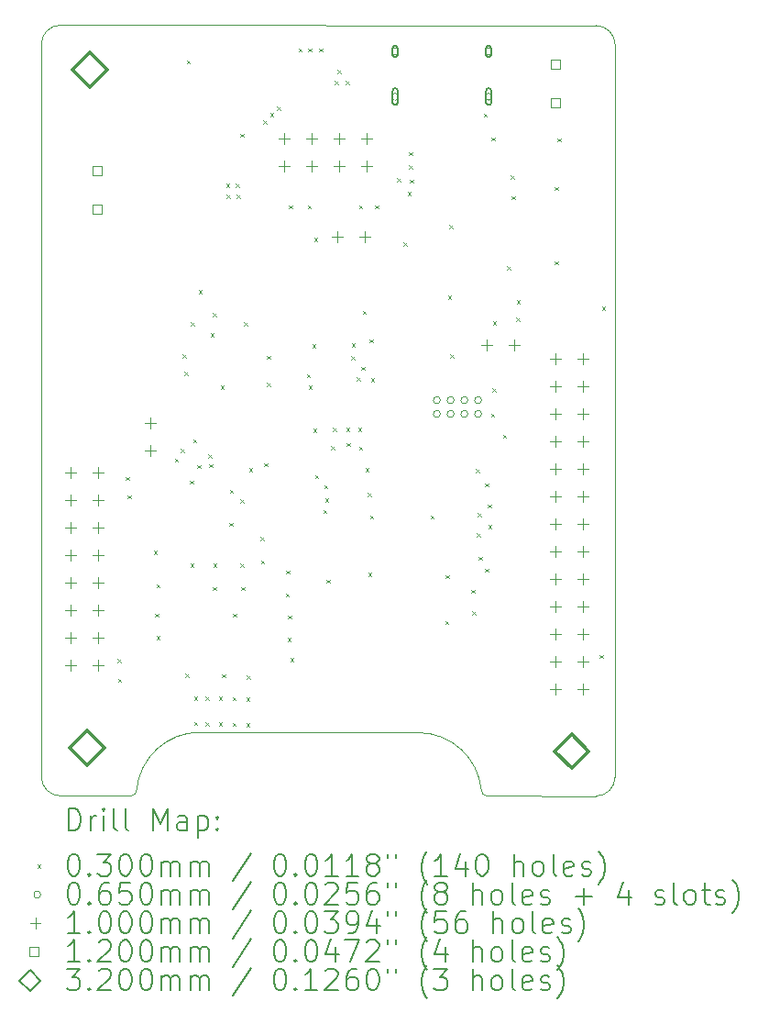
<source format=gbr>
%FSLAX45Y45*%
G04 Gerber Fmt 4.5, Leading zero omitted, Abs format (unit mm)*
G04 Created by KiCad (PCBNEW (6.0.2)) date 2022-05-30 23:42:21*
%MOMM*%
%LPD*%
G01*
G04 APERTURE LIST*
%TA.AperFunction,Profile*%
%ADD10C,0.100000*%
%TD*%
%ADD11C,0.200000*%
%ADD12C,0.030000*%
%ADD13C,0.065000*%
%ADD14C,0.100000*%
%ADD15C,0.120000*%
%ADD16C,0.320000*%
G04 APERTURE END LIST*
D10*
X6067103Y-12996000D02*
G75*
G03*
X5479572Y-13533307I-1110J-588665D01*
G01*
X8665011Y-13533041D02*
G75*
G03*
X8716000Y-13583000I50990J1041D01*
G01*
X4777000Y-6472000D02*
G75*
G03*
X4600000Y-6649000I0J-177000D01*
G01*
X9722842Y-13585842D02*
G75*
G03*
X9899842Y-13408842I0J177000D01*
G01*
X8665011Y-13533041D02*
G75*
G03*
X8082000Y-13000000I-583011J-52312D01*
G01*
X8716000Y-13583000D02*
X9722842Y-13585842D01*
X9900000Y-6652000D02*
G75*
G03*
X9723000Y-6475000I-177000J0D01*
G01*
X6067103Y-12996000D02*
X8082000Y-13000000D01*
X4600000Y-13407000D02*
G75*
G03*
X4777000Y-13584000I177000J0D01*
G01*
X4777000Y-6472000D02*
X9723000Y-6475000D01*
X9900000Y-6652000D02*
X9899842Y-13408842D01*
X5429612Y-13584297D02*
G75*
G03*
X5479572Y-13533307I-1041J50990D01*
G01*
X4600000Y-13407000D02*
X4600000Y-6649000D01*
X5429612Y-13584297D02*
X4777000Y-13584000D01*
D11*
D12*
X5305000Y-12322500D02*
X5335000Y-12352500D01*
X5335000Y-12322500D02*
X5305000Y-12352500D01*
X5307500Y-12502500D02*
X5337500Y-12532500D01*
X5337500Y-12502500D02*
X5307500Y-12532500D01*
X5378750Y-10641250D02*
X5408750Y-10671250D01*
X5408750Y-10641250D02*
X5378750Y-10671250D01*
X5395000Y-10807500D02*
X5425000Y-10837500D01*
X5425000Y-10807500D02*
X5395000Y-10837500D01*
X5637500Y-11320000D02*
X5667500Y-11350000D01*
X5667500Y-11320000D02*
X5637500Y-11350000D01*
X5650000Y-11902500D02*
X5680000Y-11932500D01*
X5680000Y-11902500D02*
X5650000Y-11932500D01*
X5662500Y-12107500D02*
X5692500Y-12137500D01*
X5692500Y-12107500D02*
X5662500Y-12137500D01*
X5665000Y-11632500D02*
X5695000Y-11662500D01*
X5695000Y-11632500D02*
X5665000Y-11662500D01*
X5832500Y-10472500D02*
X5862500Y-10502500D01*
X5862500Y-10472500D02*
X5832500Y-10502500D01*
X5887500Y-10382500D02*
X5917500Y-10412500D01*
X5917500Y-10382500D02*
X5887500Y-10412500D01*
X5905000Y-9510000D02*
X5935000Y-9540000D01*
X5935000Y-9510000D02*
X5905000Y-9540000D01*
X5922500Y-9672500D02*
X5952500Y-9702500D01*
X5952500Y-9672500D02*
X5922500Y-9702500D01*
X5932500Y-12455000D02*
X5962500Y-12485000D01*
X5962500Y-12455000D02*
X5932500Y-12485000D01*
X5942500Y-6797500D02*
X5972500Y-6827500D01*
X5972500Y-6797500D02*
X5942500Y-6827500D01*
X5972500Y-10675000D02*
X6002500Y-10705000D01*
X6002500Y-10675000D02*
X5972500Y-10705000D01*
X5977500Y-11440000D02*
X6007500Y-11470000D01*
X6007500Y-11440000D02*
X5977500Y-11470000D01*
X5980000Y-9212500D02*
X6010000Y-9242500D01*
X6010000Y-9212500D02*
X5980000Y-9242500D01*
X6002500Y-10292500D02*
X6032500Y-10322500D01*
X6032500Y-10292500D02*
X6002500Y-10322500D01*
X6012500Y-12667500D02*
X6042500Y-12697500D01*
X6042500Y-12667500D02*
X6012500Y-12697500D01*
X6012500Y-12902500D02*
X6042500Y-12932500D01*
X6042500Y-12902500D02*
X6012500Y-12932500D01*
X6040000Y-10530000D02*
X6070000Y-10560000D01*
X6070000Y-10530000D02*
X6040000Y-10560000D01*
X6052500Y-8917500D02*
X6082500Y-8947500D01*
X6082500Y-8917500D02*
X6052500Y-8947500D01*
X6115000Y-12670000D02*
X6145000Y-12700000D01*
X6145000Y-12670000D02*
X6115000Y-12700000D01*
X6115000Y-12905000D02*
X6145000Y-12935000D01*
X6145000Y-12905000D02*
X6115000Y-12935000D01*
X6142500Y-10432500D02*
X6172500Y-10462500D01*
X6172500Y-10432500D02*
X6142500Y-10462500D01*
X6152500Y-10522500D02*
X6182500Y-10552500D01*
X6182500Y-10522500D02*
X6152500Y-10552500D01*
X6162500Y-9315000D02*
X6192500Y-9345000D01*
X6192500Y-9315000D02*
X6162500Y-9345000D01*
X6185000Y-9130000D02*
X6215000Y-9160000D01*
X6215000Y-9130000D02*
X6185000Y-9160000D01*
X6185000Y-11657500D02*
X6215000Y-11687500D01*
X6215000Y-11657500D02*
X6185000Y-11687500D01*
X6190000Y-11440000D02*
X6220000Y-11470000D01*
X6220000Y-11440000D02*
X6190000Y-11470000D01*
X6240000Y-12670000D02*
X6270000Y-12700000D01*
X6270000Y-12670000D02*
X6240000Y-12700000D01*
X6240000Y-12905000D02*
X6270000Y-12935000D01*
X6270000Y-12905000D02*
X6240000Y-12935000D01*
X6257500Y-9797500D02*
X6287500Y-9827500D01*
X6287500Y-9797500D02*
X6257500Y-9827500D01*
X6267500Y-12460000D02*
X6297500Y-12490000D01*
X6297500Y-12460000D02*
X6267500Y-12490000D01*
X6307500Y-7935000D02*
X6337500Y-7965000D01*
X6337500Y-7935000D02*
X6307500Y-7965000D01*
X6312500Y-8035000D02*
X6342500Y-8065000D01*
X6342500Y-8035000D02*
X6312500Y-8065000D01*
X6337500Y-11062500D02*
X6367500Y-11092500D01*
X6367500Y-11062500D02*
X6337500Y-11092500D01*
X6340000Y-10757500D02*
X6370000Y-10787500D01*
X6370000Y-10757500D02*
X6340000Y-10787500D01*
X6367500Y-12672500D02*
X6397500Y-12702500D01*
X6397500Y-12672500D02*
X6367500Y-12702500D01*
X6367500Y-12907500D02*
X6397500Y-12937500D01*
X6397500Y-12907500D02*
X6367500Y-12937500D01*
X6370000Y-11902500D02*
X6400000Y-11932500D01*
X6400000Y-11902500D02*
X6370000Y-11932500D01*
X6397500Y-7935000D02*
X6427500Y-7965000D01*
X6427500Y-7935000D02*
X6397500Y-7965000D01*
X6402500Y-8035000D02*
X6432500Y-8065000D01*
X6432500Y-8035000D02*
X6402500Y-8065000D01*
X6437500Y-7475000D02*
X6467500Y-7505000D01*
X6467500Y-7475000D02*
X6437500Y-7505000D01*
X6437500Y-11440000D02*
X6467500Y-11470000D01*
X6467500Y-11440000D02*
X6437500Y-11470000D01*
X6440000Y-10847500D02*
X6470000Y-10877500D01*
X6470000Y-10847500D02*
X6440000Y-10877500D01*
X6445000Y-11655000D02*
X6475000Y-11685000D01*
X6475000Y-11655000D02*
X6445000Y-11685000D01*
X6472500Y-9212500D02*
X6502500Y-9242500D01*
X6502500Y-9212500D02*
X6472500Y-9242500D01*
X6492500Y-12677500D02*
X6522500Y-12707500D01*
X6522500Y-12677500D02*
X6492500Y-12707500D01*
X6492500Y-12912500D02*
X6522500Y-12942500D01*
X6522500Y-12912500D02*
X6492500Y-12942500D01*
X6500000Y-12475000D02*
X6530000Y-12505000D01*
X6530000Y-12475000D02*
X6500000Y-12505000D01*
X6520000Y-10557500D02*
X6550000Y-10587500D01*
X6550000Y-10557500D02*
X6520000Y-10587500D01*
X6625000Y-11195000D02*
X6655000Y-11225000D01*
X6655000Y-11195000D02*
X6625000Y-11225000D01*
X6630000Y-11410000D02*
X6660000Y-11440000D01*
X6660000Y-11410000D02*
X6630000Y-11440000D01*
X6650000Y-7350000D02*
X6680000Y-7380000D01*
X6680000Y-7350000D02*
X6650000Y-7380000D01*
X6657500Y-10512500D02*
X6687500Y-10542500D01*
X6687500Y-10512500D02*
X6657500Y-10542500D01*
X6682500Y-9522500D02*
X6712500Y-9552500D01*
X6712500Y-9522500D02*
X6682500Y-9552500D01*
X6685000Y-9770000D02*
X6715000Y-9800000D01*
X6715000Y-9770000D02*
X6685000Y-9800000D01*
X6715000Y-7285000D02*
X6745000Y-7315000D01*
X6745000Y-7285000D02*
X6715000Y-7315000D01*
X6775000Y-7225000D02*
X6805000Y-7255000D01*
X6805000Y-7225000D02*
X6775000Y-7255000D01*
X6857500Y-11715000D02*
X6887500Y-11745000D01*
X6887500Y-11715000D02*
X6857500Y-11745000D01*
X6862500Y-11505000D02*
X6892500Y-11535000D01*
X6892500Y-11505000D02*
X6862500Y-11535000D01*
X6875000Y-12125000D02*
X6905000Y-12155000D01*
X6905000Y-12125000D02*
X6875000Y-12155000D01*
X6880000Y-11920000D02*
X6910000Y-11950000D01*
X6910000Y-11920000D02*
X6880000Y-11950000D01*
X6885000Y-8135000D02*
X6915000Y-8165000D01*
X6915000Y-8135000D02*
X6885000Y-8165000D01*
X6900000Y-12310000D02*
X6930000Y-12340000D01*
X6930000Y-12310000D02*
X6900000Y-12340000D01*
X6975000Y-6685000D02*
X7005000Y-6715000D01*
X7005000Y-6685000D02*
X6975000Y-6715000D01*
X7052500Y-9690000D02*
X7082500Y-9720000D01*
X7082500Y-9690000D02*
X7052500Y-9720000D01*
X7060000Y-8135000D02*
X7090000Y-8165000D01*
X7090000Y-8135000D02*
X7060000Y-8165000D01*
X7065000Y-6685000D02*
X7095000Y-6715000D01*
X7095000Y-6685000D02*
X7065000Y-6715000D01*
X7067500Y-9797500D02*
X7097500Y-9827500D01*
X7097500Y-9797500D02*
X7067500Y-9827500D01*
X7102500Y-9415000D02*
X7132500Y-9445000D01*
X7132500Y-9415000D02*
X7102500Y-9445000D01*
X7112500Y-10195000D02*
X7142500Y-10225000D01*
X7142500Y-10195000D02*
X7112500Y-10225000D01*
X7120000Y-8432500D02*
X7150000Y-8462500D01*
X7150000Y-8432500D02*
X7120000Y-8462500D01*
X7130000Y-10622500D02*
X7160000Y-10652500D01*
X7160000Y-10622500D02*
X7130000Y-10652500D01*
X7165000Y-6685000D02*
X7195000Y-6715000D01*
X7195000Y-6685000D02*
X7165000Y-6715000D01*
X7205000Y-10945000D02*
X7235000Y-10975000D01*
X7235000Y-10945000D02*
X7205000Y-10975000D01*
X7212500Y-10715000D02*
X7242500Y-10745000D01*
X7242500Y-10715000D02*
X7212500Y-10745000D01*
X7220000Y-10837500D02*
X7250000Y-10867500D01*
X7250000Y-10837500D02*
X7220000Y-10867500D01*
X7235000Y-11587500D02*
X7265000Y-11617500D01*
X7265000Y-11587500D02*
X7235000Y-11617500D01*
X7275000Y-10355000D02*
X7305000Y-10385000D01*
X7305000Y-10355000D02*
X7275000Y-10385000D01*
X7295000Y-10185000D02*
X7325000Y-10215000D01*
X7325000Y-10185000D02*
X7295000Y-10215000D01*
X7310000Y-6985000D02*
X7340000Y-7015000D01*
X7340000Y-6985000D02*
X7310000Y-7015000D01*
X7335000Y-6885000D02*
X7365000Y-6915000D01*
X7365000Y-6885000D02*
X7335000Y-6915000D01*
X7410000Y-6985000D02*
X7440000Y-7015000D01*
X7440000Y-6985000D02*
X7410000Y-7015000D01*
X7415000Y-10185000D02*
X7445000Y-10215000D01*
X7445000Y-10185000D02*
X7415000Y-10215000D01*
X7420000Y-10325000D02*
X7450000Y-10355000D01*
X7450000Y-10325000D02*
X7420000Y-10355000D01*
X7465000Y-9527500D02*
X7495000Y-9557500D01*
X7495000Y-9527500D02*
X7465000Y-9557500D01*
X7467500Y-9407500D02*
X7497500Y-9437500D01*
X7497500Y-9407500D02*
X7467500Y-9437500D01*
X7512500Y-9722500D02*
X7542500Y-9752500D01*
X7542500Y-9722500D02*
X7512500Y-9752500D01*
X7525000Y-10185000D02*
X7555000Y-10215000D01*
X7555000Y-10185000D02*
X7525000Y-10215000D01*
X7535000Y-8135000D02*
X7565000Y-8165000D01*
X7565000Y-8135000D02*
X7535000Y-8165000D01*
X7535000Y-10360000D02*
X7565000Y-10390000D01*
X7565000Y-10360000D02*
X7535000Y-10390000D01*
X7557500Y-9625000D02*
X7587500Y-9655000D01*
X7587500Y-9625000D02*
X7557500Y-9655000D01*
X7567500Y-9107500D02*
X7597500Y-9137500D01*
X7597500Y-9107500D02*
X7567500Y-9137500D01*
X7595000Y-10560000D02*
X7625000Y-10590000D01*
X7625000Y-10560000D02*
X7595000Y-10590000D01*
X7615000Y-10787500D02*
X7645000Y-10817500D01*
X7645000Y-10787500D02*
X7615000Y-10817500D01*
X7620000Y-11525000D02*
X7650000Y-11555000D01*
X7650000Y-11525000D02*
X7620000Y-11555000D01*
X7632500Y-9370000D02*
X7662500Y-9400000D01*
X7662500Y-9370000D02*
X7632500Y-9400000D01*
X7635000Y-10997500D02*
X7665000Y-11027500D01*
X7665000Y-10997500D02*
X7635000Y-11027500D01*
X7645000Y-9730000D02*
X7675000Y-9760000D01*
X7675000Y-9730000D02*
X7645000Y-9760000D01*
X7685000Y-8135000D02*
X7715000Y-8165000D01*
X7715000Y-8135000D02*
X7685000Y-8165000D01*
X7885000Y-7885000D02*
X7915000Y-7915000D01*
X7915000Y-7885000D02*
X7885000Y-7915000D01*
X7947500Y-8477500D02*
X7977500Y-8507500D01*
X7977500Y-8477500D02*
X7947500Y-8507500D01*
X7985000Y-8010000D02*
X8015000Y-8040000D01*
X8015000Y-8010000D02*
X7985000Y-8040000D01*
X7995000Y-7642500D02*
X8025000Y-7672500D01*
X8025000Y-7642500D02*
X7995000Y-7672500D01*
X7997500Y-7767500D02*
X8027500Y-7797500D01*
X8027500Y-7767500D02*
X7997500Y-7797500D01*
X8002500Y-7895000D02*
X8032500Y-7925000D01*
X8032500Y-7895000D02*
X8002500Y-7925000D01*
X8195000Y-10995000D02*
X8225000Y-11025000D01*
X8225000Y-10995000D02*
X8195000Y-11025000D01*
X8332500Y-11970000D02*
X8362500Y-12000000D01*
X8362500Y-11970000D02*
X8332500Y-12000000D01*
X8335000Y-11547500D02*
X8365000Y-11577500D01*
X8365000Y-11547500D02*
X8335000Y-11577500D01*
X8355000Y-8970000D02*
X8385000Y-9000000D01*
X8385000Y-8970000D02*
X8355000Y-9000000D01*
X8370000Y-8317500D02*
X8400000Y-8347500D01*
X8400000Y-8317500D02*
X8370000Y-8347500D01*
X8377500Y-9510000D02*
X8407500Y-9540000D01*
X8407500Y-9510000D02*
X8377500Y-9540000D01*
X8572500Y-11682500D02*
X8602500Y-11712500D01*
X8602500Y-11682500D02*
X8572500Y-11712500D01*
X8580000Y-11882500D02*
X8610000Y-11912500D01*
X8610000Y-11882500D02*
X8580000Y-11912500D01*
X8615000Y-10570000D02*
X8645000Y-10600000D01*
X8645000Y-10570000D02*
X8615000Y-10600000D01*
X8622500Y-11159950D02*
X8652500Y-11189950D01*
X8652500Y-11159950D02*
X8622500Y-11189950D01*
X8630000Y-10972500D02*
X8660000Y-11002500D01*
X8660000Y-10972500D02*
X8630000Y-11002500D01*
X8637500Y-11375000D02*
X8667500Y-11405000D01*
X8667500Y-11375000D02*
X8637500Y-11405000D01*
X8685000Y-7287500D02*
X8715000Y-7317500D01*
X8715000Y-7287500D02*
X8685000Y-7317500D01*
X8700000Y-10697500D02*
X8730000Y-10727500D01*
X8730000Y-10697500D02*
X8700000Y-10727500D01*
X8700000Y-11487500D02*
X8730000Y-11517500D01*
X8730000Y-11487500D02*
X8700000Y-11517500D01*
X8722500Y-10892500D02*
X8752500Y-10922500D01*
X8752500Y-10892500D02*
X8722500Y-10922500D01*
X8730000Y-11085000D02*
X8760000Y-11115000D01*
X8760000Y-11085000D02*
X8730000Y-11115000D01*
X8755000Y-10055000D02*
X8785000Y-10085000D01*
X8785000Y-10055000D02*
X8755000Y-10085000D01*
X8760000Y-7506000D02*
X8790000Y-7536000D01*
X8790000Y-7506000D02*
X8760000Y-7536000D01*
X8765000Y-9825000D02*
X8795000Y-9855000D01*
X8795000Y-9825000D02*
X8765000Y-9855000D01*
X8770000Y-9205000D02*
X8800000Y-9235000D01*
X8800000Y-9205000D02*
X8770000Y-9235000D01*
X8862500Y-10252500D02*
X8892500Y-10282500D01*
X8892500Y-10252500D02*
X8862500Y-10282500D01*
X8902500Y-8695000D02*
X8932500Y-8725000D01*
X8932500Y-8695000D02*
X8902500Y-8725000D01*
X8935000Y-7857500D02*
X8965000Y-7887500D01*
X8965000Y-7857500D02*
X8935000Y-7887500D01*
X8944238Y-8049258D02*
X8974238Y-8079258D01*
X8974238Y-8049258D02*
X8944238Y-8079258D01*
X8985000Y-9170000D02*
X9015000Y-9200000D01*
X9015000Y-9170000D02*
X8985000Y-9200000D01*
X8990000Y-9010000D02*
X9020000Y-9040000D01*
X9020000Y-9010000D02*
X8990000Y-9040000D01*
X9342000Y-7964000D02*
X9372000Y-7994000D01*
X9372000Y-7964000D02*
X9342000Y-7994000D01*
X9342000Y-8652000D02*
X9372000Y-8682000D01*
X9372000Y-8652000D02*
X9342000Y-8682000D01*
X9370000Y-7517500D02*
X9400000Y-7547500D01*
X9400000Y-7517500D02*
X9370000Y-7547500D01*
X9757500Y-12282500D02*
X9787500Y-12312500D01*
X9787500Y-12282500D02*
X9757500Y-12312500D01*
X9777500Y-9067500D02*
X9807500Y-9097500D01*
X9807500Y-9067500D02*
X9777500Y-9097500D01*
D13*
X7900500Y-6713750D02*
G75*
G03*
X7900500Y-6713750I-32500J0D01*
G01*
D11*
X7890500Y-6743750D02*
X7890500Y-6683750D01*
X7845500Y-6743750D02*
X7845500Y-6683750D01*
X7890500Y-6683750D02*
G75*
G03*
X7845500Y-6683750I-22500J0D01*
G01*
X7845500Y-6743750D02*
G75*
G03*
X7890500Y-6743750I22500J0D01*
G01*
D13*
X7900500Y-7131750D02*
G75*
G03*
X7900500Y-7131750I-32500J0D01*
G01*
D11*
X7890500Y-7186750D02*
X7890500Y-7076750D01*
X7845500Y-7186750D02*
X7845500Y-7076750D01*
X7890500Y-7076750D02*
G75*
G03*
X7845500Y-7076750I-22500J0D01*
G01*
X7845500Y-7186750D02*
G75*
G03*
X7890500Y-7186750I22500J0D01*
G01*
D13*
X8286500Y-9932500D02*
G75*
G03*
X8286500Y-9932500I-32500J0D01*
G01*
X8286500Y-10059500D02*
G75*
G03*
X8286500Y-10059500I-32500J0D01*
G01*
X8413500Y-9932500D02*
G75*
G03*
X8413500Y-9932500I-32500J0D01*
G01*
X8413500Y-10059500D02*
G75*
G03*
X8413500Y-10059500I-32500J0D01*
G01*
X8540500Y-9932500D02*
G75*
G03*
X8540500Y-9932500I-32500J0D01*
G01*
X8540500Y-10059500D02*
G75*
G03*
X8540500Y-10059500I-32500J0D01*
G01*
X8667500Y-9932500D02*
G75*
G03*
X8667500Y-9932500I-32500J0D01*
G01*
X8667500Y-10059500D02*
G75*
G03*
X8667500Y-10059500I-32500J0D01*
G01*
X8764500Y-6713750D02*
G75*
G03*
X8764500Y-6713750I-32500J0D01*
G01*
D11*
X8754500Y-6743750D02*
X8754500Y-6683750D01*
X8709500Y-6743750D02*
X8709500Y-6683750D01*
X8754500Y-6683750D02*
G75*
G03*
X8709500Y-6683750I-22500J0D01*
G01*
X8709500Y-6743750D02*
G75*
G03*
X8754500Y-6743750I22500J0D01*
G01*
D13*
X8764500Y-7131750D02*
G75*
G03*
X8764500Y-7131750I-32500J0D01*
G01*
D11*
X8754500Y-7186750D02*
X8754500Y-7076750D01*
X8709500Y-7186750D02*
X8709500Y-7076750D01*
X8754500Y-7076750D02*
G75*
G03*
X8709500Y-7076750I-22500J0D01*
G01*
X8709500Y-7186750D02*
G75*
G03*
X8754500Y-7186750I22500J0D01*
G01*
D14*
X4870000Y-10552500D02*
X4870000Y-10652500D01*
X4820000Y-10602500D02*
X4920000Y-10602500D01*
X4870000Y-10806500D02*
X4870000Y-10906500D01*
X4820000Y-10856500D02*
X4920000Y-10856500D01*
X4870000Y-11060500D02*
X4870000Y-11160500D01*
X4820000Y-11110500D02*
X4920000Y-11110500D01*
X4870000Y-11314500D02*
X4870000Y-11414500D01*
X4820000Y-11364500D02*
X4920000Y-11364500D01*
X4870000Y-11568500D02*
X4870000Y-11668500D01*
X4820000Y-11618500D02*
X4920000Y-11618500D01*
X4870000Y-11822500D02*
X4870000Y-11922500D01*
X4820000Y-11872500D02*
X4920000Y-11872500D01*
X4870000Y-12076500D02*
X4870000Y-12176500D01*
X4820000Y-12126500D02*
X4920000Y-12126500D01*
X4870000Y-12330500D02*
X4870000Y-12430500D01*
X4820000Y-12380500D02*
X4920000Y-12380500D01*
X5124000Y-10552500D02*
X5124000Y-10652500D01*
X5074000Y-10602500D02*
X5174000Y-10602500D01*
X5124000Y-10806500D02*
X5124000Y-10906500D01*
X5074000Y-10856500D02*
X5174000Y-10856500D01*
X5124000Y-11060500D02*
X5124000Y-11160500D01*
X5074000Y-11110500D02*
X5174000Y-11110500D01*
X5124000Y-11314500D02*
X5124000Y-11414500D01*
X5074000Y-11364500D02*
X5174000Y-11364500D01*
X5124000Y-11568500D02*
X5124000Y-11668500D01*
X5074000Y-11618500D02*
X5174000Y-11618500D01*
X5124000Y-11822500D02*
X5124000Y-11922500D01*
X5074000Y-11872500D02*
X5174000Y-11872500D01*
X5124000Y-12076500D02*
X5124000Y-12176500D01*
X5074000Y-12126500D02*
X5174000Y-12126500D01*
X5124000Y-12330500D02*
X5124000Y-12430500D01*
X5074000Y-12380500D02*
X5174000Y-12380500D01*
X5607500Y-10093500D02*
X5607500Y-10193500D01*
X5557500Y-10143500D02*
X5657500Y-10143500D01*
X5607500Y-10347500D02*
X5607500Y-10447500D01*
X5557500Y-10397500D02*
X5657500Y-10397500D01*
X6843000Y-7471000D02*
X6843000Y-7571000D01*
X6793000Y-7521000D02*
X6893000Y-7521000D01*
X6843000Y-7725000D02*
X6843000Y-7825000D01*
X6793000Y-7775000D02*
X6893000Y-7775000D01*
X7097000Y-7471000D02*
X7097000Y-7571000D01*
X7047000Y-7521000D02*
X7147000Y-7521000D01*
X7097000Y-7725000D02*
X7097000Y-7825000D01*
X7047000Y-7775000D02*
X7147000Y-7775000D01*
X7332500Y-8377500D02*
X7332500Y-8477500D01*
X7282500Y-8427500D02*
X7382500Y-8427500D01*
X7351000Y-7471000D02*
X7351000Y-7571000D01*
X7301000Y-7521000D02*
X7401000Y-7521000D01*
X7351000Y-7725000D02*
X7351000Y-7825000D01*
X7301000Y-7775000D02*
X7401000Y-7775000D01*
X7586500Y-8377500D02*
X7586500Y-8477500D01*
X7536500Y-8427500D02*
X7636500Y-8427500D01*
X7605000Y-7471000D02*
X7605000Y-7571000D01*
X7555000Y-7521000D02*
X7655000Y-7521000D01*
X7605000Y-7725000D02*
X7605000Y-7825000D01*
X7555000Y-7775000D02*
X7655000Y-7775000D01*
X8715000Y-9372500D02*
X8715000Y-9472500D01*
X8665000Y-9422500D02*
X8765000Y-9422500D01*
X8969000Y-9372500D02*
X8969000Y-9472500D01*
X8919000Y-9422500D02*
X9019000Y-9422500D01*
X9347500Y-9500000D02*
X9347500Y-9600000D01*
X9297500Y-9550000D02*
X9397500Y-9550000D01*
X9347500Y-9754000D02*
X9347500Y-9854000D01*
X9297500Y-9804000D02*
X9397500Y-9804000D01*
X9347500Y-10008000D02*
X9347500Y-10108000D01*
X9297500Y-10058000D02*
X9397500Y-10058000D01*
X9347500Y-10262000D02*
X9347500Y-10362000D01*
X9297500Y-10312000D02*
X9397500Y-10312000D01*
X9347500Y-10516000D02*
X9347500Y-10616000D01*
X9297500Y-10566000D02*
X9397500Y-10566000D01*
X9347500Y-10770000D02*
X9347500Y-10870000D01*
X9297500Y-10820000D02*
X9397500Y-10820000D01*
X9347500Y-11024000D02*
X9347500Y-11124000D01*
X9297500Y-11074000D02*
X9397500Y-11074000D01*
X9347500Y-11278000D02*
X9347500Y-11378000D01*
X9297500Y-11328000D02*
X9397500Y-11328000D01*
X9347500Y-11532000D02*
X9347500Y-11632000D01*
X9297500Y-11582000D02*
X9397500Y-11582000D01*
X9347500Y-11786000D02*
X9347500Y-11886000D01*
X9297500Y-11836000D02*
X9397500Y-11836000D01*
X9347500Y-12040000D02*
X9347500Y-12140000D01*
X9297500Y-12090000D02*
X9397500Y-12090000D01*
X9347500Y-12294000D02*
X9347500Y-12394000D01*
X9297500Y-12344000D02*
X9397500Y-12344000D01*
X9347500Y-12548000D02*
X9347500Y-12648000D01*
X9297500Y-12598000D02*
X9397500Y-12598000D01*
X9601500Y-9500000D02*
X9601500Y-9600000D01*
X9551500Y-9550000D02*
X9651500Y-9550000D01*
X9601500Y-9754000D02*
X9601500Y-9854000D01*
X9551500Y-9804000D02*
X9651500Y-9804000D01*
X9601500Y-10008000D02*
X9601500Y-10108000D01*
X9551500Y-10058000D02*
X9651500Y-10058000D01*
X9601500Y-10262000D02*
X9601500Y-10362000D01*
X9551500Y-10312000D02*
X9651500Y-10312000D01*
X9601500Y-10516000D02*
X9601500Y-10616000D01*
X9551500Y-10566000D02*
X9651500Y-10566000D01*
X9601500Y-10770000D02*
X9601500Y-10870000D01*
X9551500Y-10820000D02*
X9651500Y-10820000D01*
X9601500Y-11024000D02*
X9601500Y-11124000D01*
X9551500Y-11074000D02*
X9651500Y-11074000D01*
X9601500Y-11278000D02*
X9601500Y-11378000D01*
X9551500Y-11328000D02*
X9651500Y-11328000D01*
X9601500Y-11532000D02*
X9601500Y-11632000D01*
X9551500Y-11582000D02*
X9651500Y-11582000D01*
X9601500Y-11786000D02*
X9601500Y-11886000D01*
X9551500Y-11836000D02*
X9651500Y-11836000D01*
X9601500Y-12040000D02*
X9601500Y-12140000D01*
X9551500Y-12090000D02*
X9651500Y-12090000D01*
X9601500Y-12294000D02*
X9601500Y-12394000D01*
X9551500Y-12344000D02*
X9651500Y-12344000D01*
X9601500Y-12548000D02*
X9601500Y-12648000D01*
X9551500Y-12598000D02*
X9651500Y-12598000D01*
D15*
X5154927Y-7859427D02*
X5154927Y-7774573D01*
X5070073Y-7774573D01*
X5070073Y-7859427D01*
X5154927Y-7859427D01*
X5154927Y-8209427D02*
X5154927Y-8124573D01*
X5070073Y-8124573D01*
X5070073Y-8209427D01*
X5154927Y-8209427D01*
X9392427Y-6877427D02*
X9392427Y-6792573D01*
X9307573Y-6792573D01*
X9307573Y-6877427D01*
X9392427Y-6877427D01*
X9392427Y-7227427D02*
X9392427Y-7142573D01*
X9307573Y-7142573D01*
X9307573Y-7227427D01*
X9392427Y-7227427D01*
D16*
X5025000Y-13297500D02*
X5185000Y-13137500D01*
X5025000Y-12977500D01*
X4865000Y-13137500D01*
X5025000Y-13297500D01*
X5047500Y-7045000D02*
X5207500Y-6885000D01*
X5047500Y-6725000D01*
X4887500Y-6885000D01*
X5047500Y-7045000D01*
X9497500Y-13330000D02*
X9657500Y-13170000D01*
X9497500Y-13010000D01*
X9337500Y-13170000D01*
X9497500Y-13330000D01*
D11*
X4852619Y-13901318D02*
X4852619Y-13701318D01*
X4900238Y-13701318D01*
X4928810Y-13710842D01*
X4947857Y-13729890D01*
X4957381Y-13748937D01*
X4966905Y-13787032D01*
X4966905Y-13815604D01*
X4957381Y-13853699D01*
X4947857Y-13872747D01*
X4928810Y-13891794D01*
X4900238Y-13901318D01*
X4852619Y-13901318D01*
X5052619Y-13901318D02*
X5052619Y-13767985D01*
X5052619Y-13806080D02*
X5062143Y-13787032D01*
X5071667Y-13777509D01*
X5090714Y-13767985D01*
X5109762Y-13767985D01*
X5176429Y-13901318D02*
X5176429Y-13767985D01*
X5176429Y-13701318D02*
X5166905Y-13710842D01*
X5176429Y-13720366D01*
X5185952Y-13710842D01*
X5176429Y-13701318D01*
X5176429Y-13720366D01*
X5300238Y-13901318D02*
X5281190Y-13891794D01*
X5271667Y-13872747D01*
X5271667Y-13701318D01*
X5405000Y-13901318D02*
X5385952Y-13891794D01*
X5376429Y-13872747D01*
X5376429Y-13701318D01*
X5633571Y-13901318D02*
X5633571Y-13701318D01*
X5700238Y-13844175D01*
X5766905Y-13701318D01*
X5766905Y-13901318D01*
X5947857Y-13901318D02*
X5947857Y-13796556D01*
X5938333Y-13777509D01*
X5919286Y-13767985D01*
X5881190Y-13767985D01*
X5862143Y-13777509D01*
X5947857Y-13891794D02*
X5928809Y-13901318D01*
X5881190Y-13901318D01*
X5862143Y-13891794D01*
X5852619Y-13872747D01*
X5852619Y-13853699D01*
X5862143Y-13834652D01*
X5881190Y-13825128D01*
X5928809Y-13825128D01*
X5947857Y-13815604D01*
X6043095Y-13767985D02*
X6043095Y-13967985D01*
X6043095Y-13777509D02*
X6062143Y-13767985D01*
X6100238Y-13767985D01*
X6119286Y-13777509D01*
X6128809Y-13787032D01*
X6138333Y-13806080D01*
X6138333Y-13863223D01*
X6128809Y-13882271D01*
X6119286Y-13891794D01*
X6100238Y-13901318D01*
X6062143Y-13901318D01*
X6043095Y-13891794D01*
X6224048Y-13882271D02*
X6233571Y-13891794D01*
X6224048Y-13901318D01*
X6214524Y-13891794D01*
X6224048Y-13882271D01*
X6224048Y-13901318D01*
X6224048Y-13777509D02*
X6233571Y-13787032D01*
X6224048Y-13796556D01*
X6214524Y-13787032D01*
X6224048Y-13777509D01*
X6224048Y-13796556D01*
D12*
X4565000Y-14215842D02*
X4595000Y-14245842D01*
X4595000Y-14215842D02*
X4565000Y-14245842D01*
D11*
X4890714Y-14121318D02*
X4909762Y-14121318D01*
X4928810Y-14130842D01*
X4938333Y-14140366D01*
X4947857Y-14159413D01*
X4957381Y-14197509D01*
X4957381Y-14245128D01*
X4947857Y-14283223D01*
X4938333Y-14302271D01*
X4928810Y-14311794D01*
X4909762Y-14321318D01*
X4890714Y-14321318D01*
X4871667Y-14311794D01*
X4862143Y-14302271D01*
X4852619Y-14283223D01*
X4843095Y-14245128D01*
X4843095Y-14197509D01*
X4852619Y-14159413D01*
X4862143Y-14140366D01*
X4871667Y-14130842D01*
X4890714Y-14121318D01*
X5043095Y-14302271D02*
X5052619Y-14311794D01*
X5043095Y-14321318D01*
X5033571Y-14311794D01*
X5043095Y-14302271D01*
X5043095Y-14321318D01*
X5119286Y-14121318D02*
X5243095Y-14121318D01*
X5176429Y-14197509D01*
X5205000Y-14197509D01*
X5224048Y-14207032D01*
X5233571Y-14216556D01*
X5243095Y-14235604D01*
X5243095Y-14283223D01*
X5233571Y-14302271D01*
X5224048Y-14311794D01*
X5205000Y-14321318D01*
X5147857Y-14321318D01*
X5128810Y-14311794D01*
X5119286Y-14302271D01*
X5366905Y-14121318D02*
X5385952Y-14121318D01*
X5405000Y-14130842D01*
X5414524Y-14140366D01*
X5424048Y-14159413D01*
X5433571Y-14197509D01*
X5433571Y-14245128D01*
X5424048Y-14283223D01*
X5414524Y-14302271D01*
X5405000Y-14311794D01*
X5385952Y-14321318D01*
X5366905Y-14321318D01*
X5347857Y-14311794D01*
X5338333Y-14302271D01*
X5328810Y-14283223D01*
X5319286Y-14245128D01*
X5319286Y-14197509D01*
X5328810Y-14159413D01*
X5338333Y-14140366D01*
X5347857Y-14130842D01*
X5366905Y-14121318D01*
X5557381Y-14121318D02*
X5576429Y-14121318D01*
X5595476Y-14130842D01*
X5605000Y-14140366D01*
X5614524Y-14159413D01*
X5624048Y-14197509D01*
X5624048Y-14245128D01*
X5614524Y-14283223D01*
X5605000Y-14302271D01*
X5595476Y-14311794D01*
X5576429Y-14321318D01*
X5557381Y-14321318D01*
X5538333Y-14311794D01*
X5528810Y-14302271D01*
X5519286Y-14283223D01*
X5509762Y-14245128D01*
X5509762Y-14197509D01*
X5519286Y-14159413D01*
X5528810Y-14140366D01*
X5538333Y-14130842D01*
X5557381Y-14121318D01*
X5709762Y-14321318D02*
X5709762Y-14187985D01*
X5709762Y-14207032D02*
X5719286Y-14197509D01*
X5738333Y-14187985D01*
X5766905Y-14187985D01*
X5785952Y-14197509D01*
X5795476Y-14216556D01*
X5795476Y-14321318D01*
X5795476Y-14216556D02*
X5805000Y-14197509D01*
X5824048Y-14187985D01*
X5852619Y-14187985D01*
X5871667Y-14197509D01*
X5881190Y-14216556D01*
X5881190Y-14321318D01*
X5976428Y-14321318D02*
X5976428Y-14187985D01*
X5976428Y-14207032D02*
X5985952Y-14197509D01*
X6005000Y-14187985D01*
X6033571Y-14187985D01*
X6052619Y-14197509D01*
X6062143Y-14216556D01*
X6062143Y-14321318D01*
X6062143Y-14216556D02*
X6071667Y-14197509D01*
X6090714Y-14187985D01*
X6119286Y-14187985D01*
X6138333Y-14197509D01*
X6147857Y-14216556D01*
X6147857Y-14321318D01*
X6538333Y-14111794D02*
X6366905Y-14368937D01*
X6795476Y-14121318D02*
X6814524Y-14121318D01*
X6833571Y-14130842D01*
X6843095Y-14140366D01*
X6852619Y-14159413D01*
X6862143Y-14197509D01*
X6862143Y-14245128D01*
X6852619Y-14283223D01*
X6843095Y-14302271D01*
X6833571Y-14311794D01*
X6814524Y-14321318D01*
X6795476Y-14321318D01*
X6776428Y-14311794D01*
X6766905Y-14302271D01*
X6757381Y-14283223D01*
X6747857Y-14245128D01*
X6747857Y-14197509D01*
X6757381Y-14159413D01*
X6766905Y-14140366D01*
X6776428Y-14130842D01*
X6795476Y-14121318D01*
X6947857Y-14302271D02*
X6957381Y-14311794D01*
X6947857Y-14321318D01*
X6938333Y-14311794D01*
X6947857Y-14302271D01*
X6947857Y-14321318D01*
X7081190Y-14121318D02*
X7100238Y-14121318D01*
X7119286Y-14130842D01*
X7128809Y-14140366D01*
X7138333Y-14159413D01*
X7147857Y-14197509D01*
X7147857Y-14245128D01*
X7138333Y-14283223D01*
X7128809Y-14302271D01*
X7119286Y-14311794D01*
X7100238Y-14321318D01*
X7081190Y-14321318D01*
X7062143Y-14311794D01*
X7052619Y-14302271D01*
X7043095Y-14283223D01*
X7033571Y-14245128D01*
X7033571Y-14197509D01*
X7043095Y-14159413D01*
X7052619Y-14140366D01*
X7062143Y-14130842D01*
X7081190Y-14121318D01*
X7338333Y-14321318D02*
X7224048Y-14321318D01*
X7281190Y-14321318D02*
X7281190Y-14121318D01*
X7262143Y-14149890D01*
X7243095Y-14168937D01*
X7224048Y-14178461D01*
X7528809Y-14321318D02*
X7414524Y-14321318D01*
X7471667Y-14321318D02*
X7471667Y-14121318D01*
X7452619Y-14149890D01*
X7433571Y-14168937D01*
X7414524Y-14178461D01*
X7643095Y-14207032D02*
X7624048Y-14197509D01*
X7614524Y-14187985D01*
X7605000Y-14168937D01*
X7605000Y-14159413D01*
X7614524Y-14140366D01*
X7624048Y-14130842D01*
X7643095Y-14121318D01*
X7681190Y-14121318D01*
X7700238Y-14130842D01*
X7709762Y-14140366D01*
X7719286Y-14159413D01*
X7719286Y-14168937D01*
X7709762Y-14187985D01*
X7700238Y-14197509D01*
X7681190Y-14207032D01*
X7643095Y-14207032D01*
X7624048Y-14216556D01*
X7614524Y-14226080D01*
X7605000Y-14245128D01*
X7605000Y-14283223D01*
X7614524Y-14302271D01*
X7624048Y-14311794D01*
X7643095Y-14321318D01*
X7681190Y-14321318D01*
X7700238Y-14311794D01*
X7709762Y-14302271D01*
X7719286Y-14283223D01*
X7719286Y-14245128D01*
X7709762Y-14226080D01*
X7700238Y-14216556D01*
X7681190Y-14207032D01*
X7795476Y-14121318D02*
X7795476Y-14159413D01*
X7871667Y-14121318D02*
X7871667Y-14159413D01*
X8166905Y-14397509D02*
X8157381Y-14387985D01*
X8138333Y-14359413D01*
X8128809Y-14340366D01*
X8119286Y-14311794D01*
X8109762Y-14264175D01*
X8109762Y-14226080D01*
X8119286Y-14178461D01*
X8128809Y-14149890D01*
X8138333Y-14130842D01*
X8157381Y-14102271D01*
X8166905Y-14092747D01*
X8347857Y-14321318D02*
X8233571Y-14321318D01*
X8290714Y-14321318D02*
X8290714Y-14121318D01*
X8271667Y-14149890D01*
X8252619Y-14168937D01*
X8233571Y-14178461D01*
X8519286Y-14187985D02*
X8519286Y-14321318D01*
X8471667Y-14111794D02*
X8424048Y-14254652D01*
X8547857Y-14254652D01*
X8662143Y-14121318D02*
X8681190Y-14121318D01*
X8700238Y-14130842D01*
X8709762Y-14140366D01*
X8719286Y-14159413D01*
X8728810Y-14197509D01*
X8728810Y-14245128D01*
X8719286Y-14283223D01*
X8709762Y-14302271D01*
X8700238Y-14311794D01*
X8681190Y-14321318D01*
X8662143Y-14321318D01*
X8643095Y-14311794D01*
X8633571Y-14302271D01*
X8624048Y-14283223D01*
X8614524Y-14245128D01*
X8614524Y-14197509D01*
X8624048Y-14159413D01*
X8633571Y-14140366D01*
X8643095Y-14130842D01*
X8662143Y-14121318D01*
X8966905Y-14321318D02*
X8966905Y-14121318D01*
X9052619Y-14321318D02*
X9052619Y-14216556D01*
X9043095Y-14197509D01*
X9024048Y-14187985D01*
X8995476Y-14187985D01*
X8976429Y-14197509D01*
X8966905Y-14207032D01*
X9176429Y-14321318D02*
X9157381Y-14311794D01*
X9147857Y-14302271D01*
X9138333Y-14283223D01*
X9138333Y-14226080D01*
X9147857Y-14207032D01*
X9157381Y-14197509D01*
X9176429Y-14187985D01*
X9205000Y-14187985D01*
X9224048Y-14197509D01*
X9233571Y-14207032D01*
X9243095Y-14226080D01*
X9243095Y-14283223D01*
X9233571Y-14302271D01*
X9224048Y-14311794D01*
X9205000Y-14321318D01*
X9176429Y-14321318D01*
X9357381Y-14321318D02*
X9338333Y-14311794D01*
X9328810Y-14292747D01*
X9328810Y-14121318D01*
X9509762Y-14311794D02*
X9490714Y-14321318D01*
X9452619Y-14321318D01*
X9433571Y-14311794D01*
X9424048Y-14292747D01*
X9424048Y-14216556D01*
X9433571Y-14197509D01*
X9452619Y-14187985D01*
X9490714Y-14187985D01*
X9509762Y-14197509D01*
X9519286Y-14216556D01*
X9519286Y-14235604D01*
X9424048Y-14254652D01*
X9595476Y-14311794D02*
X9614524Y-14321318D01*
X9652619Y-14321318D01*
X9671667Y-14311794D01*
X9681190Y-14292747D01*
X9681190Y-14283223D01*
X9671667Y-14264175D01*
X9652619Y-14254652D01*
X9624048Y-14254652D01*
X9605000Y-14245128D01*
X9595476Y-14226080D01*
X9595476Y-14216556D01*
X9605000Y-14197509D01*
X9624048Y-14187985D01*
X9652619Y-14187985D01*
X9671667Y-14197509D01*
X9747857Y-14397509D02*
X9757381Y-14387985D01*
X9776429Y-14359413D01*
X9785952Y-14340366D01*
X9795476Y-14311794D01*
X9805000Y-14264175D01*
X9805000Y-14226080D01*
X9795476Y-14178461D01*
X9785952Y-14149890D01*
X9776429Y-14130842D01*
X9757381Y-14102271D01*
X9747857Y-14092747D01*
D13*
X4595000Y-14494842D02*
G75*
G03*
X4595000Y-14494842I-32500J0D01*
G01*
D11*
X4890714Y-14385318D02*
X4909762Y-14385318D01*
X4928810Y-14394842D01*
X4938333Y-14404366D01*
X4947857Y-14423413D01*
X4957381Y-14461509D01*
X4957381Y-14509128D01*
X4947857Y-14547223D01*
X4938333Y-14566271D01*
X4928810Y-14575794D01*
X4909762Y-14585318D01*
X4890714Y-14585318D01*
X4871667Y-14575794D01*
X4862143Y-14566271D01*
X4852619Y-14547223D01*
X4843095Y-14509128D01*
X4843095Y-14461509D01*
X4852619Y-14423413D01*
X4862143Y-14404366D01*
X4871667Y-14394842D01*
X4890714Y-14385318D01*
X5043095Y-14566271D02*
X5052619Y-14575794D01*
X5043095Y-14585318D01*
X5033571Y-14575794D01*
X5043095Y-14566271D01*
X5043095Y-14585318D01*
X5224048Y-14385318D02*
X5185952Y-14385318D01*
X5166905Y-14394842D01*
X5157381Y-14404366D01*
X5138333Y-14432937D01*
X5128810Y-14471032D01*
X5128810Y-14547223D01*
X5138333Y-14566271D01*
X5147857Y-14575794D01*
X5166905Y-14585318D01*
X5205000Y-14585318D01*
X5224048Y-14575794D01*
X5233571Y-14566271D01*
X5243095Y-14547223D01*
X5243095Y-14499604D01*
X5233571Y-14480556D01*
X5224048Y-14471032D01*
X5205000Y-14461509D01*
X5166905Y-14461509D01*
X5147857Y-14471032D01*
X5138333Y-14480556D01*
X5128810Y-14499604D01*
X5424048Y-14385318D02*
X5328810Y-14385318D01*
X5319286Y-14480556D01*
X5328810Y-14471032D01*
X5347857Y-14461509D01*
X5395476Y-14461509D01*
X5414524Y-14471032D01*
X5424048Y-14480556D01*
X5433571Y-14499604D01*
X5433571Y-14547223D01*
X5424048Y-14566271D01*
X5414524Y-14575794D01*
X5395476Y-14585318D01*
X5347857Y-14585318D01*
X5328810Y-14575794D01*
X5319286Y-14566271D01*
X5557381Y-14385318D02*
X5576429Y-14385318D01*
X5595476Y-14394842D01*
X5605000Y-14404366D01*
X5614524Y-14423413D01*
X5624048Y-14461509D01*
X5624048Y-14509128D01*
X5614524Y-14547223D01*
X5605000Y-14566271D01*
X5595476Y-14575794D01*
X5576429Y-14585318D01*
X5557381Y-14585318D01*
X5538333Y-14575794D01*
X5528810Y-14566271D01*
X5519286Y-14547223D01*
X5509762Y-14509128D01*
X5509762Y-14461509D01*
X5519286Y-14423413D01*
X5528810Y-14404366D01*
X5538333Y-14394842D01*
X5557381Y-14385318D01*
X5709762Y-14585318D02*
X5709762Y-14451985D01*
X5709762Y-14471032D02*
X5719286Y-14461509D01*
X5738333Y-14451985D01*
X5766905Y-14451985D01*
X5785952Y-14461509D01*
X5795476Y-14480556D01*
X5795476Y-14585318D01*
X5795476Y-14480556D02*
X5805000Y-14461509D01*
X5824048Y-14451985D01*
X5852619Y-14451985D01*
X5871667Y-14461509D01*
X5881190Y-14480556D01*
X5881190Y-14585318D01*
X5976428Y-14585318D02*
X5976428Y-14451985D01*
X5976428Y-14471032D02*
X5985952Y-14461509D01*
X6005000Y-14451985D01*
X6033571Y-14451985D01*
X6052619Y-14461509D01*
X6062143Y-14480556D01*
X6062143Y-14585318D01*
X6062143Y-14480556D02*
X6071667Y-14461509D01*
X6090714Y-14451985D01*
X6119286Y-14451985D01*
X6138333Y-14461509D01*
X6147857Y-14480556D01*
X6147857Y-14585318D01*
X6538333Y-14375794D02*
X6366905Y-14632937D01*
X6795476Y-14385318D02*
X6814524Y-14385318D01*
X6833571Y-14394842D01*
X6843095Y-14404366D01*
X6852619Y-14423413D01*
X6862143Y-14461509D01*
X6862143Y-14509128D01*
X6852619Y-14547223D01*
X6843095Y-14566271D01*
X6833571Y-14575794D01*
X6814524Y-14585318D01*
X6795476Y-14585318D01*
X6776428Y-14575794D01*
X6766905Y-14566271D01*
X6757381Y-14547223D01*
X6747857Y-14509128D01*
X6747857Y-14461509D01*
X6757381Y-14423413D01*
X6766905Y-14404366D01*
X6776428Y-14394842D01*
X6795476Y-14385318D01*
X6947857Y-14566271D02*
X6957381Y-14575794D01*
X6947857Y-14585318D01*
X6938333Y-14575794D01*
X6947857Y-14566271D01*
X6947857Y-14585318D01*
X7081190Y-14385318D02*
X7100238Y-14385318D01*
X7119286Y-14394842D01*
X7128809Y-14404366D01*
X7138333Y-14423413D01*
X7147857Y-14461509D01*
X7147857Y-14509128D01*
X7138333Y-14547223D01*
X7128809Y-14566271D01*
X7119286Y-14575794D01*
X7100238Y-14585318D01*
X7081190Y-14585318D01*
X7062143Y-14575794D01*
X7052619Y-14566271D01*
X7043095Y-14547223D01*
X7033571Y-14509128D01*
X7033571Y-14461509D01*
X7043095Y-14423413D01*
X7052619Y-14404366D01*
X7062143Y-14394842D01*
X7081190Y-14385318D01*
X7224048Y-14404366D02*
X7233571Y-14394842D01*
X7252619Y-14385318D01*
X7300238Y-14385318D01*
X7319286Y-14394842D01*
X7328809Y-14404366D01*
X7338333Y-14423413D01*
X7338333Y-14442461D01*
X7328809Y-14471032D01*
X7214524Y-14585318D01*
X7338333Y-14585318D01*
X7519286Y-14385318D02*
X7424048Y-14385318D01*
X7414524Y-14480556D01*
X7424048Y-14471032D01*
X7443095Y-14461509D01*
X7490714Y-14461509D01*
X7509762Y-14471032D01*
X7519286Y-14480556D01*
X7528809Y-14499604D01*
X7528809Y-14547223D01*
X7519286Y-14566271D01*
X7509762Y-14575794D01*
X7490714Y-14585318D01*
X7443095Y-14585318D01*
X7424048Y-14575794D01*
X7414524Y-14566271D01*
X7700238Y-14385318D02*
X7662143Y-14385318D01*
X7643095Y-14394842D01*
X7633571Y-14404366D01*
X7614524Y-14432937D01*
X7605000Y-14471032D01*
X7605000Y-14547223D01*
X7614524Y-14566271D01*
X7624048Y-14575794D01*
X7643095Y-14585318D01*
X7681190Y-14585318D01*
X7700238Y-14575794D01*
X7709762Y-14566271D01*
X7719286Y-14547223D01*
X7719286Y-14499604D01*
X7709762Y-14480556D01*
X7700238Y-14471032D01*
X7681190Y-14461509D01*
X7643095Y-14461509D01*
X7624048Y-14471032D01*
X7614524Y-14480556D01*
X7605000Y-14499604D01*
X7795476Y-14385318D02*
X7795476Y-14423413D01*
X7871667Y-14385318D02*
X7871667Y-14423413D01*
X8166905Y-14661509D02*
X8157381Y-14651985D01*
X8138333Y-14623413D01*
X8128809Y-14604366D01*
X8119286Y-14575794D01*
X8109762Y-14528175D01*
X8109762Y-14490080D01*
X8119286Y-14442461D01*
X8128809Y-14413890D01*
X8138333Y-14394842D01*
X8157381Y-14366271D01*
X8166905Y-14356747D01*
X8271667Y-14471032D02*
X8252619Y-14461509D01*
X8243095Y-14451985D01*
X8233571Y-14432937D01*
X8233571Y-14423413D01*
X8243095Y-14404366D01*
X8252619Y-14394842D01*
X8271667Y-14385318D01*
X8309762Y-14385318D01*
X8328809Y-14394842D01*
X8338333Y-14404366D01*
X8347857Y-14423413D01*
X8347857Y-14432937D01*
X8338333Y-14451985D01*
X8328809Y-14461509D01*
X8309762Y-14471032D01*
X8271667Y-14471032D01*
X8252619Y-14480556D01*
X8243095Y-14490080D01*
X8233571Y-14509128D01*
X8233571Y-14547223D01*
X8243095Y-14566271D01*
X8252619Y-14575794D01*
X8271667Y-14585318D01*
X8309762Y-14585318D01*
X8328809Y-14575794D01*
X8338333Y-14566271D01*
X8347857Y-14547223D01*
X8347857Y-14509128D01*
X8338333Y-14490080D01*
X8328809Y-14480556D01*
X8309762Y-14471032D01*
X8585952Y-14585318D02*
X8585952Y-14385318D01*
X8671667Y-14585318D02*
X8671667Y-14480556D01*
X8662143Y-14461509D01*
X8643095Y-14451985D01*
X8614524Y-14451985D01*
X8595476Y-14461509D01*
X8585952Y-14471032D01*
X8795476Y-14585318D02*
X8776429Y-14575794D01*
X8766905Y-14566271D01*
X8757381Y-14547223D01*
X8757381Y-14490080D01*
X8766905Y-14471032D01*
X8776429Y-14461509D01*
X8795476Y-14451985D01*
X8824048Y-14451985D01*
X8843095Y-14461509D01*
X8852619Y-14471032D01*
X8862143Y-14490080D01*
X8862143Y-14547223D01*
X8852619Y-14566271D01*
X8843095Y-14575794D01*
X8824048Y-14585318D01*
X8795476Y-14585318D01*
X8976429Y-14585318D02*
X8957381Y-14575794D01*
X8947857Y-14556747D01*
X8947857Y-14385318D01*
X9128810Y-14575794D02*
X9109762Y-14585318D01*
X9071667Y-14585318D01*
X9052619Y-14575794D01*
X9043095Y-14556747D01*
X9043095Y-14480556D01*
X9052619Y-14461509D01*
X9071667Y-14451985D01*
X9109762Y-14451985D01*
X9128810Y-14461509D01*
X9138333Y-14480556D01*
X9138333Y-14499604D01*
X9043095Y-14518652D01*
X9214524Y-14575794D02*
X9233571Y-14585318D01*
X9271667Y-14585318D01*
X9290714Y-14575794D01*
X9300238Y-14556747D01*
X9300238Y-14547223D01*
X9290714Y-14528175D01*
X9271667Y-14518652D01*
X9243095Y-14518652D01*
X9224048Y-14509128D01*
X9214524Y-14490080D01*
X9214524Y-14480556D01*
X9224048Y-14461509D01*
X9243095Y-14451985D01*
X9271667Y-14451985D01*
X9290714Y-14461509D01*
X9538333Y-14509128D02*
X9690714Y-14509128D01*
X9614524Y-14585318D02*
X9614524Y-14432937D01*
X10024048Y-14451985D02*
X10024048Y-14585318D01*
X9976429Y-14375794D02*
X9928810Y-14518652D01*
X10052619Y-14518652D01*
X10271667Y-14575794D02*
X10290714Y-14585318D01*
X10328810Y-14585318D01*
X10347857Y-14575794D01*
X10357381Y-14556747D01*
X10357381Y-14547223D01*
X10347857Y-14528175D01*
X10328810Y-14518652D01*
X10300238Y-14518652D01*
X10281190Y-14509128D01*
X10271667Y-14490080D01*
X10271667Y-14480556D01*
X10281190Y-14461509D01*
X10300238Y-14451985D01*
X10328810Y-14451985D01*
X10347857Y-14461509D01*
X10471667Y-14585318D02*
X10452619Y-14575794D01*
X10443095Y-14556747D01*
X10443095Y-14385318D01*
X10576429Y-14585318D02*
X10557381Y-14575794D01*
X10547857Y-14566271D01*
X10538333Y-14547223D01*
X10538333Y-14490080D01*
X10547857Y-14471032D01*
X10557381Y-14461509D01*
X10576429Y-14451985D01*
X10605000Y-14451985D01*
X10624048Y-14461509D01*
X10633571Y-14471032D01*
X10643095Y-14490080D01*
X10643095Y-14547223D01*
X10633571Y-14566271D01*
X10624048Y-14575794D01*
X10605000Y-14585318D01*
X10576429Y-14585318D01*
X10700238Y-14451985D02*
X10776429Y-14451985D01*
X10728810Y-14385318D02*
X10728810Y-14556747D01*
X10738333Y-14575794D01*
X10757381Y-14585318D01*
X10776429Y-14585318D01*
X10833571Y-14575794D02*
X10852619Y-14585318D01*
X10890714Y-14585318D01*
X10909762Y-14575794D01*
X10919286Y-14556747D01*
X10919286Y-14547223D01*
X10909762Y-14528175D01*
X10890714Y-14518652D01*
X10862143Y-14518652D01*
X10843095Y-14509128D01*
X10833571Y-14490080D01*
X10833571Y-14480556D01*
X10843095Y-14461509D01*
X10862143Y-14451985D01*
X10890714Y-14451985D01*
X10909762Y-14461509D01*
X10985952Y-14661509D02*
X10995476Y-14651985D01*
X11014524Y-14623413D01*
X11024048Y-14604366D01*
X11033571Y-14575794D01*
X11043095Y-14528175D01*
X11043095Y-14490080D01*
X11033571Y-14442461D01*
X11024048Y-14413890D01*
X11014524Y-14394842D01*
X10995476Y-14366271D01*
X10985952Y-14356747D01*
D14*
X4545000Y-14708842D02*
X4545000Y-14808842D01*
X4495000Y-14758842D02*
X4595000Y-14758842D01*
D11*
X4957381Y-14849318D02*
X4843095Y-14849318D01*
X4900238Y-14849318D02*
X4900238Y-14649318D01*
X4881190Y-14677890D01*
X4862143Y-14696937D01*
X4843095Y-14706461D01*
X5043095Y-14830271D02*
X5052619Y-14839794D01*
X5043095Y-14849318D01*
X5033571Y-14839794D01*
X5043095Y-14830271D01*
X5043095Y-14849318D01*
X5176429Y-14649318D02*
X5195476Y-14649318D01*
X5214524Y-14658842D01*
X5224048Y-14668366D01*
X5233571Y-14687413D01*
X5243095Y-14725509D01*
X5243095Y-14773128D01*
X5233571Y-14811223D01*
X5224048Y-14830271D01*
X5214524Y-14839794D01*
X5195476Y-14849318D01*
X5176429Y-14849318D01*
X5157381Y-14839794D01*
X5147857Y-14830271D01*
X5138333Y-14811223D01*
X5128810Y-14773128D01*
X5128810Y-14725509D01*
X5138333Y-14687413D01*
X5147857Y-14668366D01*
X5157381Y-14658842D01*
X5176429Y-14649318D01*
X5366905Y-14649318D02*
X5385952Y-14649318D01*
X5405000Y-14658842D01*
X5414524Y-14668366D01*
X5424048Y-14687413D01*
X5433571Y-14725509D01*
X5433571Y-14773128D01*
X5424048Y-14811223D01*
X5414524Y-14830271D01*
X5405000Y-14839794D01*
X5385952Y-14849318D01*
X5366905Y-14849318D01*
X5347857Y-14839794D01*
X5338333Y-14830271D01*
X5328810Y-14811223D01*
X5319286Y-14773128D01*
X5319286Y-14725509D01*
X5328810Y-14687413D01*
X5338333Y-14668366D01*
X5347857Y-14658842D01*
X5366905Y-14649318D01*
X5557381Y-14649318D02*
X5576429Y-14649318D01*
X5595476Y-14658842D01*
X5605000Y-14668366D01*
X5614524Y-14687413D01*
X5624048Y-14725509D01*
X5624048Y-14773128D01*
X5614524Y-14811223D01*
X5605000Y-14830271D01*
X5595476Y-14839794D01*
X5576429Y-14849318D01*
X5557381Y-14849318D01*
X5538333Y-14839794D01*
X5528810Y-14830271D01*
X5519286Y-14811223D01*
X5509762Y-14773128D01*
X5509762Y-14725509D01*
X5519286Y-14687413D01*
X5528810Y-14668366D01*
X5538333Y-14658842D01*
X5557381Y-14649318D01*
X5709762Y-14849318D02*
X5709762Y-14715985D01*
X5709762Y-14735032D02*
X5719286Y-14725509D01*
X5738333Y-14715985D01*
X5766905Y-14715985D01*
X5785952Y-14725509D01*
X5795476Y-14744556D01*
X5795476Y-14849318D01*
X5795476Y-14744556D02*
X5805000Y-14725509D01*
X5824048Y-14715985D01*
X5852619Y-14715985D01*
X5871667Y-14725509D01*
X5881190Y-14744556D01*
X5881190Y-14849318D01*
X5976428Y-14849318D02*
X5976428Y-14715985D01*
X5976428Y-14735032D02*
X5985952Y-14725509D01*
X6005000Y-14715985D01*
X6033571Y-14715985D01*
X6052619Y-14725509D01*
X6062143Y-14744556D01*
X6062143Y-14849318D01*
X6062143Y-14744556D02*
X6071667Y-14725509D01*
X6090714Y-14715985D01*
X6119286Y-14715985D01*
X6138333Y-14725509D01*
X6147857Y-14744556D01*
X6147857Y-14849318D01*
X6538333Y-14639794D02*
X6366905Y-14896937D01*
X6795476Y-14649318D02*
X6814524Y-14649318D01*
X6833571Y-14658842D01*
X6843095Y-14668366D01*
X6852619Y-14687413D01*
X6862143Y-14725509D01*
X6862143Y-14773128D01*
X6852619Y-14811223D01*
X6843095Y-14830271D01*
X6833571Y-14839794D01*
X6814524Y-14849318D01*
X6795476Y-14849318D01*
X6776428Y-14839794D01*
X6766905Y-14830271D01*
X6757381Y-14811223D01*
X6747857Y-14773128D01*
X6747857Y-14725509D01*
X6757381Y-14687413D01*
X6766905Y-14668366D01*
X6776428Y-14658842D01*
X6795476Y-14649318D01*
X6947857Y-14830271D02*
X6957381Y-14839794D01*
X6947857Y-14849318D01*
X6938333Y-14839794D01*
X6947857Y-14830271D01*
X6947857Y-14849318D01*
X7081190Y-14649318D02*
X7100238Y-14649318D01*
X7119286Y-14658842D01*
X7128809Y-14668366D01*
X7138333Y-14687413D01*
X7147857Y-14725509D01*
X7147857Y-14773128D01*
X7138333Y-14811223D01*
X7128809Y-14830271D01*
X7119286Y-14839794D01*
X7100238Y-14849318D01*
X7081190Y-14849318D01*
X7062143Y-14839794D01*
X7052619Y-14830271D01*
X7043095Y-14811223D01*
X7033571Y-14773128D01*
X7033571Y-14725509D01*
X7043095Y-14687413D01*
X7052619Y-14668366D01*
X7062143Y-14658842D01*
X7081190Y-14649318D01*
X7214524Y-14649318D02*
X7338333Y-14649318D01*
X7271667Y-14725509D01*
X7300238Y-14725509D01*
X7319286Y-14735032D01*
X7328809Y-14744556D01*
X7338333Y-14763604D01*
X7338333Y-14811223D01*
X7328809Y-14830271D01*
X7319286Y-14839794D01*
X7300238Y-14849318D01*
X7243095Y-14849318D01*
X7224048Y-14839794D01*
X7214524Y-14830271D01*
X7433571Y-14849318D02*
X7471667Y-14849318D01*
X7490714Y-14839794D01*
X7500238Y-14830271D01*
X7519286Y-14801699D01*
X7528809Y-14763604D01*
X7528809Y-14687413D01*
X7519286Y-14668366D01*
X7509762Y-14658842D01*
X7490714Y-14649318D01*
X7452619Y-14649318D01*
X7433571Y-14658842D01*
X7424048Y-14668366D01*
X7414524Y-14687413D01*
X7414524Y-14735032D01*
X7424048Y-14754080D01*
X7433571Y-14763604D01*
X7452619Y-14773128D01*
X7490714Y-14773128D01*
X7509762Y-14763604D01*
X7519286Y-14754080D01*
X7528809Y-14735032D01*
X7700238Y-14715985D02*
X7700238Y-14849318D01*
X7652619Y-14639794D02*
X7605000Y-14782652D01*
X7728809Y-14782652D01*
X7795476Y-14649318D02*
X7795476Y-14687413D01*
X7871667Y-14649318D02*
X7871667Y-14687413D01*
X8166905Y-14925509D02*
X8157381Y-14915985D01*
X8138333Y-14887413D01*
X8128809Y-14868366D01*
X8119286Y-14839794D01*
X8109762Y-14792175D01*
X8109762Y-14754080D01*
X8119286Y-14706461D01*
X8128809Y-14677890D01*
X8138333Y-14658842D01*
X8157381Y-14630271D01*
X8166905Y-14620747D01*
X8338333Y-14649318D02*
X8243095Y-14649318D01*
X8233571Y-14744556D01*
X8243095Y-14735032D01*
X8262143Y-14725509D01*
X8309762Y-14725509D01*
X8328809Y-14735032D01*
X8338333Y-14744556D01*
X8347857Y-14763604D01*
X8347857Y-14811223D01*
X8338333Y-14830271D01*
X8328809Y-14839794D01*
X8309762Y-14849318D01*
X8262143Y-14849318D01*
X8243095Y-14839794D01*
X8233571Y-14830271D01*
X8519286Y-14649318D02*
X8481190Y-14649318D01*
X8462143Y-14658842D01*
X8452619Y-14668366D01*
X8433571Y-14696937D01*
X8424048Y-14735032D01*
X8424048Y-14811223D01*
X8433571Y-14830271D01*
X8443095Y-14839794D01*
X8462143Y-14849318D01*
X8500238Y-14849318D01*
X8519286Y-14839794D01*
X8528810Y-14830271D01*
X8538333Y-14811223D01*
X8538333Y-14763604D01*
X8528810Y-14744556D01*
X8519286Y-14735032D01*
X8500238Y-14725509D01*
X8462143Y-14725509D01*
X8443095Y-14735032D01*
X8433571Y-14744556D01*
X8424048Y-14763604D01*
X8776429Y-14849318D02*
X8776429Y-14649318D01*
X8862143Y-14849318D02*
X8862143Y-14744556D01*
X8852619Y-14725509D01*
X8833571Y-14715985D01*
X8805000Y-14715985D01*
X8785952Y-14725509D01*
X8776429Y-14735032D01*
X8985952Y-14849318D02*
X8966905Y-14839794D01*
X8957381Y-14830271D01*
X8947857Y-14811223D01*
X8947857Y-14754080D01*
X8957381Y-14735032D01*
X8966905Y-14725509D01*
X8985952Y-14715985D01*
X9014524Y-14715985D01*
X9033571Y-14725509D01*
X9043095Y-14735032D01*
X9052619Y-14754080D01*
X9052619Y-14811223D01*
X9043095Y-14830271D01*
X9033571Y-14839794D01*
X9014524Y-14849318D01*
X8985952Y-14849318D01*
X9166905Y-14849318D02*
X9147857Y-14839794D01*
X9138333Y-14820747D01*
X9138333Y-14649318D01*
X9319286Y-14839794D02*
X9300238Y-14849318D01*
X9262143Y-14849318D01*
X9243095Y-14839794D01*
X9233571Y-14820747D01*
X9233571Y-14744556D01*
X9243095Y-14725509D01*
X9262143Y-14715985D01*
X9300238Y-14715985D01*
X9319286Y-14725509D01*
X9328810Y-14744556D01*
X9328810Y-14763604D01*
X9233571Y-14782652D01*
X9405000Y-14839794D02*
X9424048Y-14849318D01*
X9462143Y-14849318D01*
X9481190Y-14839794D01*
X9490714Y-14820747D01*
X9490714Y-14811223D01*
X9481190Y-14792175D01*
X9462143Y-14782652D01*
X9433571Y-14782652D01*
X9414524Y-14773128D01*
X9405000Y-14754080D01*
X9405000Y-14744556D01*
X9414524Y-14725509D01*
X9433571Y-14715985D01*
X9462143Y-14715985D01*
X9481190Y-14725509D01*
X9557381Y-14925509D02*
X9566905Y-14915985D01*
X9585952Y-14887413D01*
X9595476Y-14868366D01*
X9605000Y-14839794D01*
X9614524Y-14792175D01*
X9614524Y-14754080D01*
X9605000Y-14706461D01*
X9595476Y-14677890D01*
X9585952Y-14658842D01*
X9566905Y-14630271D01*
X9557381Y-14620747D01*
D15*
X4577427Y-15065269D02*
X4577427Y-14980415D01*
X4492573Y-14980415D01*
X4492573Y-15065269D01*
X4577427Y-15065269D01*
D11*
X4957381Y-15113318D02*
X4843095Y-15113318D01*
X4900238Y-15113318D02*
X4900238Y-14913318D01*
X4881190Y-14941890D01*
X4862143Y-14960937D01*
X4843095Y-14970461D01*
X5043095Y-15094271D02*
X5052619Y-15103794D01*
X5043095Y-15113318D01*
X5033571Y-15103794D01*
X5043095Y-15094271D01*
X5043095Y-15113318D01*
X5128810Y-14932366D02*
X5138333Y-14922842D01*
X5157381Y-14913318D01*
X5205000Y-14913318D01*
X5224048Y-14922842D01*
X5233571Y-14932366D01*
X5243095Y-14951413D01*
X5243095Y-14970461D01*
X5233571Y-14999032D01*
X5119286Y-15113318D01*
X5243095Y-15113318D01*
X5366905Y-14913318D02*
X5385952Y-14913318D01*
X5405000Y-14922842D01*
X5414524Y-14932366D01*
X5424048Y-14951413D01*
X5433571Y-14989509D01*
X5433571Y-15037128D01*
X5424048Y-15075223D01*
X5414524Y-15094271D01*
X5405000Y-15103794D01*
X5385952Y-15113318D01*
X5366905Y-15113318D01*
X5347857Y-15103794D01*
X5338333Y-15094271D01*
X5328810Y-15075223D01*
X5319286Y-15037128D01*
X5319286Y-14989509D01*
X5328810Y-14951413D01*
X5338333Y-14932366D01*
X5347857Y-14922842D01*
X5366905Y-14913318D01*
X5557381Y-14913318D02*
X5576429Y-14913318D01*
X5595476Y-14922842D01*
X5605000Y-14932366D01*
X5614524Y-14951413D01*
X5624048Y-14989509D01*
X5624048Y-15037128D01*
X5614524Y-15075223D01*
X5605000Y-15094271D01*
X5595476Y-15103794D01*
X5576429Y-15113318D01*
X5557381Y-15113318D01*
X5538333Y-15103794D01*
X5528810Y-15094271D01*
X5519286Y-15075223D01*
X5509762Y-15037128D01*
X5509762Y-14989509D01*
X5519286Y-14951413D01*
X5528810Y-14932366D01*
X5538333Y-14922842D01*
X5557381Y-14913318D01*
X5709762Y-15113318D02*
X5709762Y-14979985D01*
X5709762Y-14999032D02*
X5719286Y-14989509D01*
X5738333Y-14979985D01*
X5766905Y-14979985D01*
X5785952Y-14989509D01*
X5795476Y-15008556D01*
X5795476Y-15113318D01*
X5795476Y-15008556D02*
X5805000Y-14989509D01*
X5824048Y-14979985D01*
X5852619Y-14979985D01*
X5871667Y-14989509D01*
X5881190Y-15008556D01*
X5881190Y-15113318D01*
X5976428Y-15113318D02*
X5976428Y-14979985D01*
X5976428Y-14999032D02*
X5985952Y-14989509D01*
X6005000Y-14979985D01*
X6033571Y-14979985D01*
X6052619Y-14989509D01*
X6062143Y-15008556D01*
X6062143Y-15113318D01*
X6062143Y-15008556D02*
X6071667Y-14989509D01*
X6090714Y-14979985D01*
X6119286Y-14979985D01*
X6138333Y-14989509D01*
X6147857Y-15008556D01*
X6147857Y-15113318D01*
X6538333Y-14903794D02*
X6366905Y-15160937D01*
X6795476Y-14913318D02*
X6814524Y-14913318D01*
X6833571Y-14922842D01*
X6843095Y-14932366D01*
X6852619Y-14951413D01*
X6862143Y-14989509D01*
X6862143Y-15037128D01*
X6852619Y-15075223D01*
X6843095Y-15094271D01*
X6833571Y-15103794D01*
X6814524Y-15113318D01*
X6795476Y-15113318D01*
X6776428Y-15103794D01*
X6766905Y-15094271D01*
X6757381Y-15075223D01*
X6747857Y-15037128D01*
X6747857Y-14989509D01*
X6757381Y-14951413D01*
X6766905Y-14932366D01*
X6776428Y-14922842D01*
X6795476Y-14913318D01*
X6947857Y-15094271D02*
X6957381Y-15103794D01*
X6947857Y-15113318D01*
X6938333Y-15103794D01*
X6947857Y-15094271D01*
X6947857Y-15113318D01*
X7081190Y-14913318D02*
X7100238Y-14913318D01*
X7119286Y-14922842D01*
X7128809Y-14932366D01*
X7138333Y-14951413D01*
X7147857Y-14989509D01*
X7147857Y-15037128D01*
X7138333Y-15075223D01*
X7128809Y-15094271D01*
X7119286Y-15103794D01*
X7100238Y-15113318D01*
X7081190Y-15113318D01*
X7062143Y-15103794D01*
X7052619Y-15094271D01*
X7043095Y-15075223D01*
X7033571Y-15037128D01*
X7033571Y-14989509D01*
X7043095Y-14951413D01*
X7052619Y-14932366D01*
X7062143Y-14922842D01*
X7081190Y-14913318D01*
X7319286Y-14979985D02*
X7319286Y-15113318D01*
X7271667Y-14903794D02*
X7224048Y-15046652D01*
X7347857Y-15046652D01*
X7405000Y-14913318D02*
X7538333Y-14913318D01*
X7452619Y-15113318D01*
X7605000Y-14932366D02*
X7614524Y-14922842D01*
X7633571Y-14913318D01*
X7681190Y-14913318D01*
X7700238Y-14922842D01*
X7709762Y-14932366D01*
X7719286Y-14951413D01*
X7719286Y-14970461D01*
X7709762Y-14999032D01*
X7595476Y-15113318D01*
X7719286Y-15113318D01*
X7795476Y-14913318D02*
X7795476Y-14951413D01*
X7871667Y-14913318D02*
X7871667Y-14951413D01*
X8166905Y-15189509D02*
X8157381Y-15179985D01*
X8138333Y-15151413D01*
X8128809Y-15132366D01*
X8119286Y-15103794D01*
X8109762Y-15056175D01*
X8109762Y-15018080D01*
X8119286Y-14970461D01*
X8128809Y-14941890D01*
X8138333Y-14922842D01*
X8157381Y-14894271D01*
X8166905Y-14884747D01*
X8328809Y-14979985D02*
X8328809Y-15113318D01*
X8281190Y-14903794D02*
X8233571Y-15046652D01*
X8357381Y-15046652D01*
X8585952Y-15113318D02*
X8585952Y-14913318D01*
X8671667Y-15113318D02*
X8671667Y-15008556D01*
X8662143Y-14989509D01*
X8643095Y-14979985D01*
X8614524Y-14979985D01*
X8595476Y-14989509D01*
X8585952Y-14999032D01*
X8795476Y-15113318D02*
X8776429Y-15103794D01*
X8766905Y-15094271D01*
X8757381Y-15075223D01*
X8757381Y-15018080D01*
X8766905Y-14999032D01*
X8776429Y-14989509D01*
X8795476Y-14979985D01*
X8824048Y-14979985D01*
X8843095Y-14989509D01*
X8852619Y-14999032D01*
X8862143Y-15018080D01*
X8862143Y-15075223D01*
X8852619Y-15094271D01*
X8843095Y-15103794D01*
X8824048Y-15113318D01*
X8795476Y-15113318D01*
X8976429Y-15113318D02*
X8957381Y-15103794D01*
X8947857Y-15084747D01*
X8947857Y-14913318D01*
X9128810Y-15103794D02*
X9109762Y-15113318D01*
X9071667Y-15113318D01*
X9052619Y-15103794D01*
X9043095Y-15084747D01*
X9043095Y-15008556D01*
X9052619Y-14989509D01*
X9071667Y-14979985D01*
X9109762Y-14979985D01*
X9128810Y-14989509D01*
X9138333Y-15008556D01*
X9138333Y-15027604D01*
X9043095Y-15046652D01*
X9214524Y-15103794D02*
X9233571Y-15113318D01*
X9271667Y-15113318D01*
X9290714Y-15103794D01*
X9300238Y-15084747D01*
X9300238Y-15075223D01*
X9290714Y-15056175D01*
X9271667Y-15046652D01*
X9243095Y-15046652D01*
X9224048Y-15037128D01*
X9214524Y-15018080D01*
X9214524Y-15008556D01*
X9224048Y-14989509D01*
X9243095Y-14979985D01*
X9271667Y-14979985D01*
X9290714Y-14989509D01*
X9366905Y-15189509D02*
X9376429Y-15179985D01*
X9395476Y-15151413D01*
X9405000Y-15132366D01*
X9414524Y-15103794D01*
X9424048Y-15056175D01*
X9424048Y-15018080D01*
X9414524Y-14970461D01*
X9405000Y-14941890D01*
X9395476Y-14922842D01*
X9376429Y-14894271D01*
X9366905Y-14884747D01*
X4495000Y-15386842D02*
X4595000Y-15286842D01*
X4495000Y-15186842D01*
X4395000Y-15286842D01*
X4495000Y-15386842D01*
X4833571Y-15177318D02*
X4957381Y-15177318D01*
X4890714Y-15253509D01*
X4919286Y-15253509D01*
X4938333Y-15263032D01*
X4947857Y-15272556D01*
X4957381Y-15291604D01*
X4957381Y-15339223D01*
X4947857Y-15358271D01*
X4938333Y-15367794D01*
X4919286Y-15377318D01*
X4862143Y-15377318D01*
X4843095Y-15367794D01*
X4833571Y-15358271D01*
X5043095Y-15358271D02*
X5052619Y-15367794D01*
X5043095Y-15377318D01*
X5033571Y-15367794D01*
X5043095Y-15358271D01*
X5043095Y-15377318D01*
X5128810Y-15196366D02*
X5138333Y-15186842D01*
X5157381Y-15177318D01*
X5205000Y-15177318D01*
X5224048Y-15186842D01*
X5233571Y-15196366D01*
X5243095Y-15215413D01*
X5243095Y-15234461D01*
X5233571Y-15263032D01*
X5119286Y-15377318D01*
X5243095Y-15377318D01*
X5366905Y-15177318D02*
X5385952Y-15177318D01*
X5405000Y-15186842D01*
X5414524Y-15196366D01*
X5424048Y-15215413D01*
X5433571Y-15253509D01*
X5433571Y-15301128D01*
X5424048Y-15339223D01*
X5414524Y-15358271D01*
X5405000Y-15367794D01*
X5385952Y-15377318D01*
X5366905Y-15377318D01*
X5347857Y-15367794D01*
X5338333Y-15358271D01*
X5328810Y-15339223D01*
X5319286Y-15301128D01*
X5319286Y-15253509D01*
X5328810Y-15215413D01*
X5338333Y-15196366D01*
X5347857Y-15186842D01*
X5366905Y-15177318D01*
X5557381Y-15177318D02*
X5576429Y-15177318D01*
X5595476Y-15186842D01*
X5605000Y-15196366D01*
X5614524Y-15215413D01*
X5624048Y-15253509D01*
X5624048Y-15301128D01*
X5614524Y-15339223D01*
X5605000Y-15358271D01*
X5595476Y-15367794D01*
X5576429Y-15377318D01*
X5557381Y-15377318D01*
X5538333Y-15367794D01*
X5528810Y-15358271D01*
X5519286Y-15339223D01*
X5509762Y-15301128D01*
X5509762Y-15253509D01*
X5519286Y-15215413D01*
X5528810Y-15196366D01*
X5538333Y-15186842D01*
X5557381Y-15177318D01*
X5709762Y-15377318D02*
X5709762Y-15243985D01*
X5709762Y-15263032D02*
X5719286Y-15253509D01*
X5738333Y-15243985D01*
X5766905Y-15243985D01*
X5785952Y-15253509D01*
X5795476Y-15272556D01*
X5795476Y-15377318D01*
X5795476Y-15272556D02*
X5805000Y-15253509D01*
X5824048Y-15243985D01*
X5852619Y-15243985D01*
X5871667Y-15253509D01*
X5881190Y-15272556D01*
X5881190Y-15377318D01*
X5976428Y-15377318D02*
X5976428Y-15243985D01*
X5976428Y-15263032D02*
X5985952Y-15253509D01*
X6005000Y-15243985D01*
X6033571Y-15243985D01*
X6052619Y-15253509D01*
X6062143Y-15272556D01*
X6062143Y-15377318D01*
X6062143Y-15272556D02*
X6071667Y-15253509D01*
X6090714Y-15243985D01*
X6119286Y-15243985D01*
X6138333Y-15253509D01*
X6147857Y-15272556D01*
X6147857Y-15377318D01*
X6538333Y-15167794D02*
X6366905Y-15424937D01*
X6795476Y-15177318D02*
X6814524Y-15177318D01*
X6833571Y-15186842D01*
X6843095Y-15196366D01*
X6852619Y-15215413D01*
X6862143Y-15253509D01*
X6862143Y-15301128D01*
X6852619Y-15339223D01*
X6843095Y-15358271D01*
X6833571Y-15367794D01*
X6814524Y-15377318D01*
X6795476Y-15377318D01*
X6776428Y-15367794D01*
X6766905Y-15358271D01*
X6757381Y-15339223D01*
X6747857Y-15301128D01*
X6747857Y-15253509D01*
X6757381Y-15215413D01*
X6766905Y-15196366D01*
X6776428Y-15186842D01*
X6795476Y-15177318D01*
X6947857Y-15358271D02*
X6957381Y-15367794D01*
X6947857Y-15377318D01*
X6938333Y-15367794D01*
X6947857Y-15358271D01*
X6947857Y-15377318D01*
X7147857Y-15377318D02*
X7033571Y-15377318D01*
X7090714Y-15377318D02*
X7090714Y-15177318D01*
X7071667Y-15205890D01*
X7052619Y-15224937D01*
X7033571Y-15234461D01*
X7224048Y-15196366D02*
X7233571Y-15186842D01*
X7252619Y-15177318D01*
X7300238Y-15177318D01*
X7319286Y-15186842D01*
X7328809Y-15196366D01*
X7338333Y-15215413D01*
X7338333Y-15234461D01*
X7328809Y-15263032D01*
X7214524Y-15377318D01*
X7338333Y-15377318D01*
X7509762Y-15177318D02*
X7471667Y-15177318D01*
X7452619Y-15186842D01*
X7443095Y-15196366D01*
X7424048Y-15224937D01*
X7414524Y-15263032D01*
X7414524Y-15339223D01*
X7424048Y-15358271D01*
X7433571Y-15367794D01*
X7452619Y-15377318D01*
X7490714Y-15377318D01*
X7509762Y-15367794D01*
X7519286Y-15358271D01*
X7528809Y-15339223D01*
X7528809Y-15291604D01*
X7519286Y-15272556D01*
X7509762Y-15263032D01*
X7490714Y-15253509D01*
X7452619Y-15253509D01*
X7433571Y-15263032D01*
X7424048Y-15272556D01*
X7414524Y-15291604D01*
X7652619Y-15177318D02*
X7671667Y-15177318D01*
X7690714Y-15186842D01*
X7700238Y-15196366D01*
X7709762Y-15215413D01*
X7719286Y-15253509D01*
X7719286Y-15301128D01*
X7709762Y-15339223D01*
X7700238Y-15358271D01*
X7690714Y-15367794D01*
X7671667Y-15377318D01*
X7652619Y-15377318D01*
X7633571Y-15367794D01*
X7624048Y-15358271D01*
X7614524Y-15339223D01*
X7605000Y-15301128D01*
X7605000Y-15253509D01*
X7614524Y-15215413D01*
X7624048Y-15196366D01*
X7633571Y-15186842D01*
X7652619Y-15177318D01*
X7795476Y-15177318D02*
X7795476Y-15215413D01*
X7871667Y-15177318D02*
X7871667Y-15215413D01*
X8166905Y-15453509D02*
X8157381Y-15443985D01*
X8138333Y-15415413D01*
X8128809Y-15396366D01*
X8119286Y-15367794D01*
X8109762Y-15320175D01*
X8109762Y-15282080D01*
X8119286Y-15234461D01*
X8128809Y-15205890D01*
X8138333Y-15186842D01*
X8157381Y-15158271D01*
X8166905Y-15148747D01*
X8224048Y-15177318D02*
X8347857Y-15177318D01*
X8281190Y-15253509D01*
X8309762Y-15253509D01*
X8328809Y-15263032D01*
X8338333Y-15272556D01*
X8347857Y-15291604D01*
X8347857Y-15339223D01*
X8338333Y-15358271D01*
X8328809Y-15367794D01*
X8309762Y-15377318D01*
X8252619Y-15377318D01*
X8233571Y-15367794D01*
X8224048Y-15358271D01*
X8585952Y-15377318D02*
X8585952Y-15177318D01*
X8671667Y-15377318D02*
X8671667Y-15272556D01*
X8662143Y-15253509D01*
X8643095Y-15243985D01*
X8614524Y-15243985D01*
X8595476Y-15253509D01*
X8585952Y-15263032D01*
X8795476Y-15377318D02*
X8776429Y-15367794D01*
X8766905Y-15358271D01*
X8757381Y-15339223D01*
X8757381Y-15282080D01*
X8766905Y-15263032D01*
X8776429Y-15253509D01*
X8795476Y-15243985D01*
X8824048Y-15243985D01*
X8843095Y-15253509D01*
X8852619Y-15263032D01*
X8862143Y-15282080D01*
X8862143Y-15339223D01*
X8852619Y-15358271D01*
X8843095Y-15367794D01*
X8824048Y-15377318D01*
X8795476Y-15377318D01*
X8976429Y-15377318D02*
X8957381Y-15367794D01*
X8947857Y-15348747D01*
X8947857Y-15177318D01*
X9128810Y-15367794D02*
X9109762Y-15377318D01*
X9071667Y-15377318D01*
X9052619Y-15367794D01*
X9043095Y-15348747D01*
X9043095Y-15272556D01*
X9052619Y-15253509D01*
X9071667Y-15243985D01*
X9109762Y-15243985D01*
X9128810Y-15253509D01*
X9138333Y-15272556D01*
X9138333Y-15291604D01*
X9043095Y-15310652D01*
X9214524Y-15367794D02*
X9233571Y-15377318D01*
X9271667Y-15377318D01*
X9290714Y-15367794D01*
X9300238Y-15348747D01*
X9300238Y-15339223D01*
X9290714Y-15320175D01*
X9271667Y-15310652D01*
X9243095Y-15310652D01*
X9224048Y-15301128D01*
X9214524Y-15282080D01*
X9214524Y-15272556D01*
X9224048Y-15253509D01*
X9243095Y-15243985D01*
X9271667Y-15243985D01*
X9290714Y-15253509D01*
X9366905Y-15453509D02*
X9376429Y-15443985D01*
X9395476Y-15415413D01*
X9405000Y-15396366D01*
X9414524Y-15367794D01*
X9424048Y-15320175D01*
X9424048Y-15282080D01*
X9414524Y-15234461D01*
X9405000Y-15205890D01*
X9395476Y-15186842D01*
X9376429Y-15158271D01*
X9366905Y-15148747D01*
M02*

</source>
